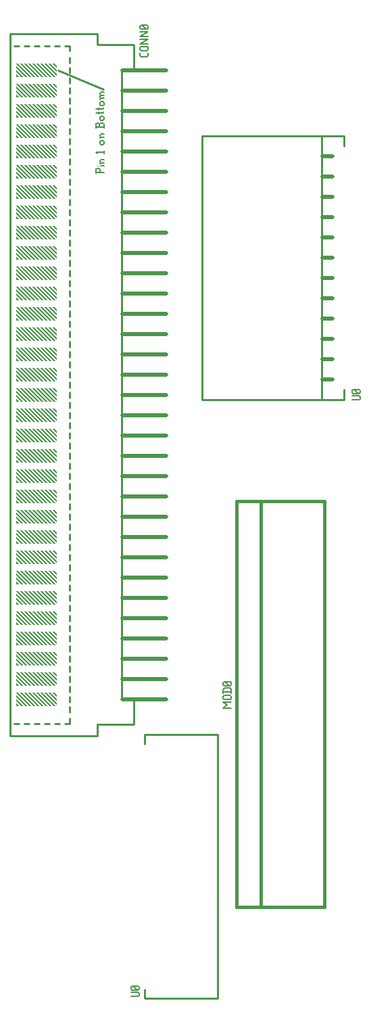
<source format=gbr>
G04 start of page 8 for group 1 layer_idx 8 *
G04 Title: (unknown), top_silk *
G04 Creator: pcb-rnd 2.3.0 *
G04 CreationDate: 2021-04-02 01:52:25 UTC *
G04 For:  *
G04 Format: Gerber/RS-274X *
G04 PCB-Dimensions: 300000 500000 *
G04 PCB-Coordinate-Origin: lower left *
%MOIN*%
%FSLAX25Y25*%
%LNTOP_SILK_NONE_1*%
%ADD51C,0.0070*%
%ADD50C,0.0200*%
%ADD49C,0.0150*%
%ADD48C,0.0100*%
%ADD47C,0.0001*%
G54D47*G36*
X11000Y469250D02*Y470250D01*
X14500Y466750D01*
X13500D01*
X11000Y469250D01*
G37*
G36*
Y472250D02*X16500Y466750D01*
X15500D01*
X11000Y471250D01*
Y472250D01*
G37*
G36*
X12000Y473250D02*X18500Y466750D01*
X17500D01*
X11000Y473250D01*
X12000D01*
G37*
G36*
X11000Y468250D02*X12500Y466750D01*
X11000D01*
Y468250D01*
G37*
G36*
Y449250D02*Y450250D01*
X14500Y446750D01*
X13500D01*
X11000Y449250D01*
G37*
G36*
Y452250D02*X16500Y446750D01*
X15500D01*
X11000Y451250D01*
Y452250D01*
G37*
G36*
X12000Y453250D02*X18500Y446750D01*
X17500D01*
X11000Y453250D01*
X12000D01*
G37*
G36*
X11000Y448250D02*X12500Y446750D01*
X11000D01*
Y448250D01*
G37*
G36*
Y439250D02*Y440250D01*
X14500Y436750D01*
X13500D01*
X11000Y439250D01*
G37*
G36*
Y442250D02*X16500Y436750D01*
X15500D01*
X11000Y441250D01*
Y442250D01*
G37*
G36*
X12000Y443250D02*X18500Y436750D01*
X17500D01*
X11000Y443250D01*
X12000D01*
G37*
G36*
X11000Y438250D02*X12500Y436750D01*
X11000D01*
Y438250D01*
G37*
G36*
Y429250D02*Y430250D01*
X14500Y426750D01*
X13500D01*
X11000Y429250D01*
G37*
G36*
Y432250D02*X16500Y426750D01*
X15500D01*
X11000Y431250D01*
Y432250D01*
G37*
G36*
X12000Y433250D02*X18500Y426750D01*
X17500D01*
X11000Y433250D01*
X12000D01*
G37*
G36*
X11000Y428250D02*X12500Y426750D01*
X11000D01*
Y428250D01*
G37*
G36*
Y419250D02*Y420250D01*
X14500Y416750D01*
X13500D01*
X11000Y419250D01*
G37*
G36*
Y422250D02*X16500Y416750D01*
X15500D01*
X11000Y421250D01*
Y422250D01*
G37*
G36*
X12000Y423250D02*X18500Y416750D01*
X17500D01*
X11000Y423250D01*
X12000D01*
G37*
G36*
X11000Y418250D02*X12500Y416750D01*
X11000D01*
Y418250D01*
G37*
G36*
Y409250D02*Y410250D01*
X14500Y406750D01*
X13500D01*
X11000Y409250D01*
G37*
G36*
Y412250D02*X16500Y406750D01*
X15500D01*
X11000Y411250D01*
Y412250D01*
G37*
G36*
X12000Y413250D02*X18500Y406750D01*
X17500D01*
X11000Y413250D01*
X12000D01*
G37*
G36*
X11000Y408250D02*X12500Y406750D01*
X11000D01*
Y408250D01*
G37*
G36*
Y399250D02*Y400250D01*
X14500Y396750D01*
X13500D01*
X11000Y399250D01*
G37*
G36*
Y402250D02*X16500Y396750D01*
X15500D01*
X11000Y401250D01*
Y402250D01*
G37*
G36*
X12000Y403250D02*X18500Y396750D01*
X17500D01*
X11000Y403250D01*
X12000D01*
G37*
G36*
X11000Y398250D02*X12500Y396750D01*
X11000D01*
Y398250D01*
G37*
G36*
Y389250D02*Y390250D01*
X14500Y386750D01*
X13500D01*
X11000Y389250D01*
G37*
G36*
Y392250D02*X16500Y386750D01*
X15500D01*
X11000Y391250D01*
Y392250D01*
G37*
G36*
X12000Y393250D02*X18500Y386750D01*
X17500D01*
X11000Y393250D01*
X12000D01*
G37*
G36*
X11000Y388250D02*X12500Y386750D01*
X11000D01*
Y388250D01*
G37*
G36*
Y379250D02*Y380250D01*
X14500Y376750D01*
X13500D01*
X11000Y379250D01*
G37*
G36*
Y382250D02*X16500Y376750D01*
X15500D01*
X11000Y381250D01*
Y382250D01*
G37*
G36*
X12000Y383250D02*X18500Y376750D01*
X17500D01*
X11000Y383250D01*
X12000D01*
G37*
G36*
X11000Y378250D02*X12500Y376750D01*
X11000D01*
Y378250D01*
G37*
G36*
Y369250D02*Y370250D01*
X14500Y366750D01*
X13500D01*
X11000Y369250D01*
G37*
G36*
Y372250D02*X16500Y366750D01*
X15500D01*
X11000Y371250D01*
Y372250D01*
G37*
G36*
X12000Y373250D02*X18500Y366750D01*
X17500D01*
X11000Y373250D01*
X12000D01*
G37*
G36*
X11000Y368250D02*X12500Y366750D01*
X11000D01*
Y368250D01*
G37*
G36*
Y359250D02*Y360250D01*
X14500Y356750D01*
X13500D01*
X11000Y359250D01*
G37*
G36*
Y362250D02*X16500Y356750D01*
X15500D01*
X11000Y361250D01*
Y362250D01*
G37*
G36*
X12000Y363250D02*X18500Y356750D01*
X17500D01*
X11000Y363250D01*
X12000D01*
G37*
G36*
X11000Y358250D02*X12500Y356750D01*
X11000D01*
Y358250D01*
G37*
G36*
Y349250D02*Y350250D01*
X14500Y346750D01*
X13500D01*
X11000Y349250D01*
G37*
G36*
Y352250D02*X16500Y346750D01*
X15500D01*
X11000Y351250D01*
Y352250D01*
G37*
G36*
X12000Y353250D02*X18500Y346750D01*
X17500D01*
X11000Y353250D01*
X12000D01*
G37*
G36*
X11000Y348250D02*X12500Y346750D01*
X11000D01*
Y348250D01*
G37*
G36*
Y339250D02*Y340250D01*
X14500Y336750D01*
X13500D01*
X11000Y339250D01*
G37*
G36*
Y342250D02*X16500Y336750D01*
X15500D01*
X11000Y341250D01*
Y342250D01*
G37*
G36*
X12000Y343250D02*X18500Y336750D01*
X17500D01*
X11000Y343250D01*
X12000D01*
G37*
G36*
X11000Y338250D02*X12500Y336750D01*
X11000D01*
Y338250D01*
G37*
G36*
Y329250D02*Y330250D01*
X14500Y326750D01*
X13500D01*
X11000Y329250D01*
G37*
G36*
Y332250D02*X16500Y326750D01*
X15500D01*
X11000Y331250D01*
Y332250D01*
G37*
G36*
X12000Y333250D02*X18500Y326750D01*
X17500D01*
X11000Y333250D01*
X12000D01*
G37*
G36*
X11000Y328250D02*X12500Y326750D01*
X11000D01*
Y328250D01*
G37*
G36*
Y319250D02*Y320250D01*
X14500Y316750D01*
X13500D01*
X11000Y319250D01*
G37*
G36*
Y322250D02*X16500Y316750D01*
X15500D01*
X11000Y321250D01*
Y322250D01*
G37*
G36*
X12000Y323250D02*X18500Y316750D01*
X17500D01*
X11000Y323250D01*
X12000D01*
G37*
G36*
X11000Y318250D02*X12500Y316750D01*
X11000D01*
Y318250D01*
G37*
G36*
Y309250D02*Y310250D01*
X14500Y306750D01*
X13500D01*
X11000Y309250D01*
G37*
G36*
Y312250D02*X16500Y306750D01*
X15500D01*
X11000Y311250D01*
Y312250D01*
G37*
G36*
X12000Y313250D02*X18500Y306750D01*
X17500D01*
X11000Y313250D01*
X12000D01*
G37*
G36*
X11000Y308250D02*X12500Y306750D01*
X11000D01*
Y308250D01*
G37*
G36*
Y299250D02*Y300250D01*
X14500Y296750D01*
X13500D01*
X11000Y299250D01*
G37*
G36*
Y302250D02*X16500Y296750D01*
X15500D01*
X11000Y301250D01*
Y302250D01*
G37*
G36*
X12000Y303250D02*X18500Y296750D01*
X17500D01*
X11000Y303250D01*
X12000D01*
G37*
G36*
X11000Y298250D02*X12500Y296750D01*
X11000D01*
Y298250D01*
G37*
G36*
Y289250D02*Y290250D01*
X14500Y286750D01*
X13500D01*
X11000Y289250D01*
G37*
G36*
Y292250D02*X16500Y286750D01*
X15500D01*
X11000Y291250D01*
Y292250D01*
G37*
G36*
X12000Y293250D02*X18500Y286750D01*
X17500D01*
X11000Y293250D01*
X12000D01*
G37*
G36*
X11000Y288250D02*X12500Y286750D01*
X11000D01*
Y288250D01*
G37*
G36*
Y279250D02*Y280250D01*
X14500Y276750D01*
X13500D01*
X11000Y279250D01*
G37*
G36*
Y282250D02*X16500Y276750D01*
X15500D01*
X11000Y281250D01*
Y282250D01*
G37*
G36*
X12000Y283250D02*X18500Y276750D01*
X17500D01*
X11000Y283250D01*
X12000D01*
G37*
G36*
X11000Y278250D02*X12500Y276750D01*
X11000D01*
Y278250D01*
G37*
G36*
Y269250D02*Y270250D01*
X14500Y266750D01*
X13500D01*
X11000Y269250D01*
G37*
G36*
Y272250D02*X16500Y266750D01*
X15500D01*
X11000Y271250D01*
Y272250D01*
G37*
G36*
X12000Y273250D02*X18500Y266750D01*
X17500D01*
X11000Y273250D01*
X12000D01*
G37*
G36*
X11000Y268250D02*X12500Y266750D01*
X11000D01*
Y268250D01*
G37*
G36*
Y259250D02*Y260250D01*
X14500Y256750D01*
X13500D01*
X11000Y259250D01*
G37*
G36*
Y262250D02*X16500Y256750D01*
X15500D01*
X11000Y261250D01*
Y262250D01*
G37*
G36*
X12000Y263250D02*X18500Y256750D01*
X17500D01*
X11000Y263250D01*
X12000D01*
G37*
G36*
X11000Y258250D02*X12500Y256750D01*
X11000D01*
Y258250D01*
G37*
G36*
Y249250D02*Y250250D01*
X14500Y246750D01*
X13500D01*
X11000Y249250D01*
G37*
G36*
Y252250D02*X16500Y246750D01*
X15500D01*
X11000Y251250D01*
Y252250D01*
G37*
G36*
X12000Y253250D02*X18500Y246750D01*
X17500D01*
X11000Y253250D01*
X12000D01*
G37*
G36*
X11000Y248250D02*X12500Y246750D01*
X11000D01*
Y248250D01*
G37*
G36*
Y239250D02*Y240250D01*
X14500Y236750D01*
X13500D01*
X11000Y239250D01*
G37*
G36*
Y242250D02*X16500Y236750D01*
X15500D01*
X11000Y241250D01*
Y242250D01*
G37*
G36*
X12000Y243250D02*X18500Y236750D01*
X17500D01*
X11000Y243250D01*
X12000D01*
G37*
G36*
X11000Y238250D02*X12500Y236750D01*
X11000D01*
Y238250D01*
G37*
G36*
Y229250D02*Y230250D01*
X14500Y226750D01*
X13500D01*
X11000Y229250D01*
G37*
G36*
Y232250D02*X16500Y226750D01*
X15500D01*
X11000Y231250D01*
Y232250D01*
G37*
G36*
X12000Y233250D02*X18500Y226750D01*
X17500D01*
X11000Y233250D01*
X12000D01*
G37*
G36*
X11000Y228250D02*X12500Y226750D01*
X11000D01*
Y228250D01*
G37*
G36*
Y219250D02*Y220250D01*
X14500Y216750D01*
X13500D01*
X11000Y219250D01*
G37*
G36*
Y222250D02*X16500Y216750D01*
X15500D01*
X11000Y221250D01*
Y222250D01*
G37*
G36*
X12000Y223250D02*X18500Y216750D01*
X17500D01*
X11000Y223250D01*
X12000D01*
G37*
G36*
X11000Y218250D02*X12500Y216750D01*
X11000D01*
Y218250D01*
G37*
G36*
Y209250D02*Y210250D01*
X14500Y206750D01*
X13500D01*
X11000Y209250D01*
G37*
G36*
Y212250D02*X16500Y206750D01*
X15500D01*
X11000Y211250D01*
Y212250D01*
G37*
G36*
X12000Y213250D02*X18500Y206750D01*
X17500D01*
X11000Y213250D01*
X12000D01*
G37*
G36*
X11000Y208250D02*X12500Y206750D01*
X11000D01*
Y208250D01*
G37*
G36*
Y199250D02*Y200250D01*
X14500Y196750D01*
X13500D01*
X11000Y199250D01*
G37*
G36*
Y202250D02*X16500Y196750D01*
X15500D01*
X11000Y201250D01*
Y202250D01*
G37*
G36*
X12000Y203250D02*X18500Y196750D01*
X17500D01*
X11000Y203250D01*
X12000D01*
G37*
G36*
X11000Y198250D02*X12500Y196750D01*
X11000D01*
Y198250D01*
G37*
G36*
Y189250D02*Y190250D01*
X14500Y186750D01*
X13500D01*
X11000Y189250D01*
G37*
G36*
Y192250D02*X16500Y186750D01*
X15500D01*
X11000Y191250D01*
Y192250D01*
G37*
G36*
X12000Y193250D02*X18500Y186750D01*
X17500D01*
X11000Y193250D01*
X12000D01*
G37*
G36*
X11000Y188250D02*X12500Y186750D01*
X11000D01*
Y188250D01*
G37*
G36*
Y179250D02*Y180250D01*
X14500Y176750D01*
X13500D01*
X11000Y179250D01*
G37*
G36*
Y182250D02*X16500Y176750D01*
X15500D01*
X11000Y181250D01*
Y182250D01*
G37*
G36*
X12000Y183250D02*X18500Y176750D01*
X17500D01*
X11000Y183250D01*
X12000D01*
G37*
G36*
X11000Y178250D02*X12500Y176750D01*
X11000D01*
Y178250D01*
G37*
G36*
Y169250D02*Y170250D01*
X14500Y166750D01*
X13500D01*
X11000Y169250D01*
G37*
G36*
Y172250D02*X16500Y166750D01*
X15500D01*
X11000Y171250D01*
Y172250D01*
G37*
G36*
X12000Y173250D02*X18500Y166750D01*
X17500D01*
X11000Y173250D01*
X12000D01*
G37*
G36*
X11000Y168250D02*X12500Y166750D01*
X11000D01*
Y168250D01*
G37*
G36*
Y159250D02*Y160250D01*
X14500Y156750D01*
X13500D01*
X11000Y159250D01*
G37*
G36*
Y162250D02*X16500Y156750D01*
X15500D01*
X11000Y161250D01*
Y162250D01*
G37*
G36*
X12000Y163250D02*X18500Y156750D01*
X17500D01*
X11000Y163250D01*
X12000D01*
G37*
G36*
X11000Y158250D02*X12500Y156750D01*
X11000D01*
Y158250D01*
G37*
G36*
X14000Y163250D02*X20500Y156750D01*
X19500D01*
X13000Y163250D01*
X14000D01*
G37*
G36*
X16000D02*X22500Y156750D01*
X21500D01*
X15000Y163250D01*
X16000D01*
G37*
G36*
X18000D02*X24500Y156750D01*
X23500D01*
X17000Y163250D01*
X18000D01*
G37*
G36*
X20000D02*X26500Y156750D01*
X25500D01*
X19000Y163250D01*
X20000D01*
G37*
G36*
X22000D02*X28500Y156750D01*
X27500D01*
X21000Y163250D01*
X22000D01*
G37*
G36*
X24000D02*X30500Y156750D01*
X29500D01*
X23000Y163250D01*
X24000D01*
G37*
G36*
X26000D02*X31000Y158250D01*
Y157250D01*
X25000Y163250D01*
X26000D01*
G37*
G36*
X28000D02*X31000Y160250D01*
Y159250D01*
X27000Y163250D01*
X28000D01*
G37*
G36*
X29000D02*X30000D01*
X31000Y162250D01*
Y161250D01*
X29000Y163250D01*
G37*
G36*
X14000Y173250D02*X20500Y166750D01*
X19500D01*
X13000Y173250D01*
X14000D01*
G37*
G36*
X16000D02*X22500Y166750D01*
X21500D01*
X15000Y173250D01*
X16000D01*
G37*
G36*
X18000D02*X24500Y166750D01*
X23500D01*
X17000Y173250D01*
X18000D01*
G37*
G36*
X20000D02*X26500Y166750D01*
X25500D01*
X19000Y173250D01*
X20000D01*
G37*
G36*
X22000D02*X28500Y166750D01*
X27500D01*
X21000Y173250D01*
X22000D01*
G37*
G36*
X24000D02*X30500Y166750D01*
X29500D01*
X23000Y173250D01*
X24000D01*
G37*
G36*
X26000D02*X31000Y168250D01*
Y167250D01*
X25000Y173250D01*
X26000D01*
G37*
G36*
X28000D02*X31000Y170250D01*
Y169250D01*
X27000Y173250D01*
X28000D01*
G37*
G36*
X29000D02*X30000D01*
X31000Y172250D01*
Y171250D01*
X29000Y173250D01*
G37*
G36*
X14000Y183250D02*X20500Y176750D01*
X19500D01*
X13000Y183250D01*
X14000D01*
G37*
G36*
X16000D02*X22500Y176750D01*
X21500D01*
X15000Y183250D01*
X16000D01*
G37*
G36*
X18000D02*X24500Y176750D01*
X23500D01*
X17000Y183250D01*
X18000D01*
G37*
G36*
X20000D02*X26500Y176750D01*
X25500D01*
X19000Y183250D01*
X20000D01*
G37*
G36*
X22000D02*X28500Y176750D01*
X27500D01*
X21000Y183250D01*
X22000D01*
G37*
G36*
X24000D02*X30500Y176750D01*
X29500D01*
X23000Y183250D01*
X24000D01*
G37*
G36*
X26000D02*X31000Y178250D01*
Y177250D01*
X25000Y183250D01*
X26000D01*
G37*
G36*
X28000D02*X31000Y180250D01*
Y179250D01*
X27000Y183250D01*
X28000D01*
G37*
G36*
X29000D02*X30000D01*
X31000Y182250D01*
Y181250D01*
X29000Y183250D01*
G37*
G36*
X14000Y193250D02*X20500Y186750D01*
X19500D01*
X13000Y193250D01*
X14000D01*
G37*
G36*
X16000D02*X22500Y186750D01*
X21500D01*
X15000Y193250D01*
X16000D01*
G37*
G36*
X18000D02*X24500Y186750D01*
X23500D01*
X17000Y193250D01*
X18000D01*
G37*
G36*
X20000D02*X26500Y186750D01*
X25500D01*
X19000Y193250D01*
X20000D01*
G37*
G36*
X22000D02*X28500Y186750D01*
X27500D01*
X21000Y193250D01*
X22000D01*
G37*
G36*
X24000D02*X30500Y186750D01*
X29500D01*
X23000Y193250D01*
X24000D01*
G37*
G36*
X26000D02*X31000Y188250D01*
Y187250D01*
X25000Y193250D01*
X26000D01*
G37*
G36*
X28000D02*X31000Y190250D01*
Y189250D01*
X27000Y193250D01*
X28000D01*
G37*
G36*
X29000D02*X30000D01*
X31000Y192250D01*
Y191250D01*
X29000Y193250D01*
G37*
G36*
X14000Y203250D02*X20500Y196750D01*
X19500D01*
X13000Y203250D01*
X14000D01*
G37*
G36*
X16000D02*X22500Y196750D01*
X21500D01*
X15000Y203250D01*
X16000D01*
G37*
G36*
X18000D02*X24500Y196750D01*
X23500D01*
X17000Y203250D01*
X18000D01*
G37*
G36*
X20000D02*X26500Y196750D01*
X25500D01*
X19000Y203250D01*
X20000D01*
G37*
G36*
X22000D02*X28500Y196750D01*
X27500D01*
X21000Y203250D01*
X22000D01*
G37*
G36*
X24000D02*X30500Y196750D01*
X29500D01*
X23000Y203250D01*
X24000D01*
G37*
G36*
X26000D02*X31000Y198250D01*
Y197250D01*
X25000Y203250D01*
X26000D01*
G37*
G36*
X28000D02*X31000Y200250D01*
Y199250D01*
X27000Y203250D01*
X28000D01*
G37*
G36*
X29000D02*X30000D01*
X31000Y202250D01*
Y201250D01*
X29000Y203250D01*
G37*
G36*
X14000Y213250D02*X20500Y206750D01*
X19500D01*
X13000Y213250D01*
X14000D01*
G37*
G36*
X16000D02*X22500Y206750D01*
X21500D01*
X15000Y213250D01*
X16000D01*
G37*
G36*
X18000D02*X24500Y206750D01*
X23500D01*
X17000Y213250D01*
X18000D01*
G37*
G36*
X20000D02*X26500Y206750D01*
X25500D01*
X19000Y213250D01*
X20000D01*
G37*
G36*
X22000D02*X28500Y206750D01*
X27500D01*
X21000Y213250D01*
X22000D01*
G37*
G36*
X24000D02*X30500Y206750D01*
X29500D01*
X23000Y213250D01*
X24000D01*
G37*
G36*
X26000D02*X31000Y208250D01*
Y207250D01*
X25000Y213250D01*
X26000D01*
G37*
G36*
X28000D02*X31000Y210250D01*
Y209250D01*
X27000Y213250D01*
X28000D01*
G37*
G36*
X29000D02*X30000D01*
X31000Y212250D01*
Y211250D01*
X29000Y213250D01*
G37*
G36*
X14000Y223250D02*X20500Y216750D01*
X19500D01*
X13000Y223250D01*
X14000D01*
G37*
G36*
X16000D02*X22500Y216750D01*
X21500D01*
X15000Y223250D01*
X16000D01*
G37*
G36*
X18000D02*X24500Y216750D01*
X23500D01*
X17000Y223250D01*
X18000D01*
G37*
G36*
X20000D02*X26500Y216750D01*
X25500D01*
X19000Y223250D01*
X20000D01*
G37*
G36*
X22000D02*X28500Y216750D01*
X27500D01*
X21000Y223250D01*
X22000D01*
G37*
G36*
X24000D02*X30500Y216750D01*
X29500D01*
X23000Y223250D01*
X24000D01*
G37*
G36*
X26000D02*X31000Y218250D01*
Y217250D01*
X25000Y223250D01*
X26000D01*
G37*
G36*
X28000D02*X31000Y220250D01*
Y219250D01*
X27000Y223250D01*
X28000D01*
G37*
G36*
X29000D02*X30000D01*
X31000Y222250D01*
Y221250D01*
X29000Y223250D01*
G37*
G36*
X14000Y233250D02*X20500Y226750D01*
X19500D01*
X13000Y233250D01*
X14000D01*
G37*
G36*
X16000D02*X22500Y226750D01*
X21500D01*
X15000Y233250D01*
X16000D01*
G37*
G36*
X18000D02*X24500Y226750D01*
X23500D01*
X17000Y233250D01*
X18000D01*
G37*
G36*
X20000D02*X26500Y226750D01*
X25500D01*
X19000Y233250D01*
X20000D01*
G37*
G36*
X22000D02*X28500Y226750D01*
X27500D01*
X21000Y233250D01*
X22000D01*
G37*
G36*
X24000D02*X30500Y226750D01*
X29500D01*
X23000Y233250D01*
X24000D01*
G37*
G36*
X26000D02*X31000Y228250D01*
Y227250D01*
X25000Y233250D01*
X26000D01*
G37*
G36*
X28000D02*X31000Y230250D01*
Y229250D01*
X27000Y233250D01*
X28000D01*
G37*
G36*
X29000D02*X30000D01*
X31000Y232250D01*
Y231250D01*
X29000Y233250D01*
G37*
G36*
X14000Y243250D02*X20500Y236750D01*
X19500D01*
X13000Y243250D01*
X14000D01*
G37*
G36*
X16000D02*X22500Y236750D01*
X21500D01*
X15000Y243250D01*
X16000D01*
G37*
G36*
X18000D02*X24500Y236750D01*
X23500D01*
X17000Y243250D01*
X18000D01*
G37*
G36*
X20000D02*X26500Y236750D01*
X25500D01*
X19000Y243250D01*
X20000D01*
G37*
G36*
X22000D02*X28500Y236750D01*
X27500D01*
X21000Y243250D01*
X22000D01*
G37*
G36*
X24000D02*X30500Y236750D01*
X29500D01*
X23000Y243250D01*
X24000D01*
G37*
G36*
X26000D02*X31000Y238250D01*
Y237250D01*
X25000Y243250D01*
X26000D01*
G37*
G36*
X28000D02*X31000Y240250D01*
Y239250D01*
X27000Y243250D01*
X28000D01*
G37*
G36*
X29000D02*X30000D01*
X31000Y242250D01*
Y241250D01*
X29000Y243250D01*
G37*
G36*
X14000Y253250D02*X20500Y246750D01*
X19500D01*
X13000Y253250D01*
X14000D01*
G37*
G36*
X16000D02*X22500Y246750D01*
X21500D01*
X15000Y253250D01*
X16000D01*
G37*
G36*
X18000D02*X24500Y246750D01*
X23500D01*
X17000Y253250D01*
X18000D01*
G37*
G36*
X20000D02*X26500Y246750D01*
X25500D01*
X19000Y253250D01*
X20000D01*
G37*
G36*
X22000D02*X28500Y246750D01*
X27500D01*
X21000Y253250D01*
X22000D01*
G37*
G36*
X24000D02*X30500Y246750D01*
X29500D01*
X23000Y253250D01*
X24000D01*
G37*
G36*
X26000D02*X31000Y248250D01*
Y247250D01*
X25000Y253250D01*
X26000D01*
G37*
G36*
X28000D02*X31000Y250250D01*
Y249250D01*
X27000Y253250D01*
X28000D01*
G37*
G36*
X29000D02*X30000D01*
X31000Y252250D01*
Y251250D01*
X29000Y253250D01*
G37*
G36*
X14000Y263250D02*X20500Y256750D01*
X19500D01*
X13000Y263250D01*
X14000D01*
G37*
G36*
X16000D02*X22500Y256750D01*
X21500D01*
X15000Y263250D01*
X16000D01*
G37*
G36*
X18000D02*X24500Y256750D01*
X23500D01*
X17000Y263250D01*
X18000D01*
G37*
G36*
X20000D02*X26500Y256750D01*
X25500D01*
X19000Y263250D01*
X20000D01*
G37*
G36*
X22000D02*X28500Y256750D01*
X27500D01*
X21000Y263250D01*
X22000D01*
G37*
G36*
X24000D02*X30500Y256750D01*
X29500D01*
X23000Y263250D01*
X24000D01*
G37*
G36*
X26000D02*X31000Y258250D01*
Y257250D01*
X25000Y263250D01*
X26000D01*
G37*
G36*
X28000D02*X31000Y260250D01*
Y259250D01*
X27000Y263250D01*
X28000D01*
G37*
G36*
X29000D02*X30000D01*
X31000Y262250D01*
Y261250D01*
X29000Y263250D01*
G37*
G36*
X14000Y273250D02*X20500Y266750D01*
X19500D01*
X13000Y273250D01*
X14000D01*
G37*
G36*
X16000D02*X22500Y266750D01*
X21500D01*
X15000Y273250D01*
X16000D01*
G37*
G36*
X18000D02*X24500Y266750D01*
X23500D01*
X17000Y273250D01*
X18000D01*
G37*
G36*
X20000D02*X26500Y266750D01*
X25500D01*
X19000Y273250D01*
X20000D01*
G37*
G36*
X22000D02*X28500Y266750D01*
X27500D01*
X21000Y273250D01*
X22000D01*
G37*
G36*
X24000D02*X30500Y266750D01*
X29500D01*
X23000Y273250D01*
X24000D01*
G37*
G36*
X26000D02*X31000Y268250D01*
Y267250D01*
X25000Y273250D01*
X26000D01*
G37*
G36*
X28000D02*X31000Y270250D01*
Y269250D01*
X27000Y273250D01*
X28000D01*
G37*
G36*
X29000D02*X30000D01*
X31000Y272250D01*
Y271250D01*
X29000Y273250D01*
G37*
G36*
X14000Y283250D02*X20500Y276750D01*
X19500D01*
X13000Y283250D01*
X14000D01*
G37*
G36*
X16000D02*X22500Y276750D01*
X21500D01*
X15000Y283250D01*
X16000D01*
G37*
G36*
X18000D02*X24500Y276750D01*
X23500D01*
X17000Y283250D01*
X18000D01*
G37*
G36*
X20000D02*X26500Y276750D01*
X25500D01*
X19000Y283250D01*
X20000D01*
G37*
G36*
X22000D02*X28500Y276750D01*
X27500D01*
X21000Y283250D01*
X22000D01*
G37*
G36*
X24000D02*X30500Y276750D01*
X29500D01*
X23000Y283250D01*
X24000D01*
G37*
G36*
X26000D02*X31000Y278250D01*
Y277250D01*
X25000Y283250D01*
X26000D01*
G37*
G36*
X28000D02*X31000Y280250D01*
Y279250D01*
X27000Y283250D01*
X28000D01*
G37*
G36*
X29000D02*X30000D01*
X31000Y282250D01*
Y281250D01*
X29000Y283250D01*
G37*
G36*
X14000Y293250D02*X20500Y286750D01*
X19500D01*
X13000Y293250D01*
X14000D01*
G37*
G36*
X16000D02*X22500Y286750D01*
X21500D01*
X15000Y293250D01*
X16000D01*
G37*
G36*
X18000D02*X24500Y286750D01*
X23500D01*
X17000Y293250D01*
X18000D01*
G37*
G36*
X20000D02*X26500Y286750D01*
X25500D01*
X19000Y293250D01*
X20000D01*
G37*
G36*
X22000D02*X28500Y286750D01*
X27500D01*
X21000Y293250D01*
X22000D01*
G37*
G36*
X24000D02*X30500Y286750D01*
X29500D01*
X23000Y293250D01*
X24000D01*
G37*
G36*
X26000D02*X31000Y288250D01*
Y287250D01*
X25000Y293250D01*
X26000D01*
G37*
G36*
X28000D02*X31000Y290250D01*
Y289250D01*
X27000Y293250D01*
X28000D01*
G37*
G36*
X29000D02*X30000D01*
X31000Y292250D01*
Y291250D01*
X29000Y293250D01*
G37*
G36*
X14000Y303250D02*X20500Y296750D01*
X19500D01*
X13000Y303250D01*
X14000D01*
G37*
G36*
X16000D02*X22500Y296750D01*
X21500D01*
X15000Y303250D01*
X16000D01*
G37*
G36*
X18000D02*X24500Y296750D01*
X23500D01*
X17000Y303250D01*
X18000D01*
G37*
G36*
X20000D02*X26500Y296750D01*
X25500D01*
X19000Y303250D01*
X20000D01*
G37*
G36*
X22000D02*X28500Y296750D01*
X27500D01*
X21000Y303250D01*
X22000D01*
G37*
G36*
X24000D02*X30500Y296750D01*
X29500D01*
X23000Y303250D01*
X24000D01*
G37*
G36*
X26000D02*X31000Y298250D01*
Y297250D01*
X25000Y303250D01*
X26000D01*
G37*
G36*
X28000D02*X31000Y300250D01*
Y299250D01*
X27000Y303250D01*
X28000D01*
G37*
G36*
X29000D02*X30000D01*
X31000Y302250D01*
Y301250D01*
X29000Y303250D01*
G37*
G36*
X14000Y313250D02*X20500Y306750D01*
X19500D01*
X13000Y313250D01*
X14000D01*
G37*
G36*
X16000D02*X22500Y306750D01*
X21500D01*
X15000Y313250D01*
X16000D01*
G37*
G36*
X18000D02*X24500Y306750D01*
X23500D01*
X17000Y313250D01*
X18000D01*
G37*
G36*
X20000D02*X26500Y306750D01*
X25500D01*
X19000Y313250D01*
X20000D01*
G37*
G36*
X22000D02*X28500Y306750D01*
X27500D01*
X21000Y313250D01*
X22000D01*
G37*
G36*
X24000D02*X30500Y306750D01*
X29500D01*
X23000Y313250D01*
X24000D01*
G37*
G36*
X26000D02*X31000Y308250D01*
Y307250D01*
X25000Y313250D01*
X26000D01*
G37*
G36*
X28000D02*X31000Y310250D01*
Y309250D01*
X27000Y313250D01*
X28000D01*
G37*
G36*
X29000D02*X30000D01*
X31000Y312250D01*
Y311250D01*
X29000Y313250D01*
G37*
G36*
X14000Y323250D02*X20500Y316750D01*
X19500D01*
X13000Y323250D01*
X14000D01*
G37*
G36*
X16000D02*X22500Y316750D01*
X21500D01*
X15000Y323250D01*
X16000D01*
G37*
G36*
X18000D02*X24500Y316750D01*
X23500D01*
X17000Y323250D01*
X18000D01*
G37*
G36*
X20000D02*X26500Y316750D01*
X25500D01*
X19000Y323250D01*
X20000D01*
G37*
G36*
X22000D02*X28500Y316750D01*
X27500D01*
X21000Y323250D01*
X22000D01*
G37*
G36*
X24000D02*X30500Y316750D01*
X29500D01*
X23000Y323250D01*
X24000D01*
G37*
G36*
X26000D02*X31000Y318250D01*
Y317250D01*
X25000Y323250D01*
X26000D01*
G37*
G36*
X28000D02*X31000Y320250D01*
Y319250D01*
X27000Y323250D01*
X28000D01*
G37*
G36*
X29000D02*X30000D01*
X31000Y322250D01*
Y321250D01*
X29000Y323250D01*
G37*
G36*
X14000Y333250D02*X20500Y326750D01*
X19500D01*
X13000Y333250D01*
X14000D01*
G37*
G36*
X16000D02*X22500Y326750D01*
X21500D01*
X15000Y333250D01*
X16000D01*
G37*
G36*
X18000D02*X24500Y326750D01*
X23500D01*
X17000Y333250D01*
X18000D01*
G37*
G36*
X20000D02*X26500Y326750D01*
X25500D01*
X19000Y333250D01*
X20000D01*
G37*
G36*
X22000D02*X28500Y326750D01*
X27500D01*
X21000Y333250D01*
X22000D01*
G37*
G36*
X24000D02*X30500Y326750D01*
X29500D01*
X23000Y333250D01*
X24000D01*
G37*
G36*
X26000D02*X31000Y328250D01*
Y327250D01*
X25000Y333250D01*
X26000D01*
G37*
G36*
X28000D02*X31000Y330250D01*
Y329250D01*
X27000Y333250D01*
X28000D01*
G37*
G36*
X29000D02*X30000D01*
X31000Y332250D01*
Y331250D01*
X29000Y333250D01*
G37*
G36*
X14000Y343250D02*X20500Y336750D01*
X19500D01*
X13000Y343250D01*
X14000D01*
G37*
G36*
X16000D02*X22500Y336750D01*
X21500D01*
X15000Y343250D01*
X16000D01*
G37*
G36*
X18000D02*X24500Y336750D01*
X23500D01*
X17000Y343250D01*
X18000D01*
G37*
G36*
X20000D02*X26500Y336750D01*
X25500D01*
X19000Y343250D01*
X20000D01*
G37*
G36*
X22000D02*X28500Y336750D01*
X27500D01*
X21000Y343250D01*
X22000D01*
G37*
G36*
X24000D02*X30500Y336750D01*
X29500D01*
X23000Y343250D01*
X24000D01*
G37*
G36*
X26000D02*X31000Y338250D01*
Y337250D01*
X25000Y343250D01*
X26000D01*
G37*
G36*
X28000D02*X31000Y340250D01*
Y339250D01*
X27000Y343250D01*
X28000D01*
G37*
G36*
X29000D02*X30000D01*
X31000Y342250D01*
Y341250D01*
X29000Y343250D01*
G37*
G36*
X14000Y353250D02*X20500Y346750D01*
X19500D01*
X13000Y353250D01*
X14000D01*
G37*
G36*
X16000D02*X22500Y346750D01*
X21500D01*
X15000Y353250D01*
X16000D01*
G37*
G36*
X18000D02*X24500Y346750D01*
X23500D01*
X17000Y353250D01*
X18000D01*
G37*
G36*
X20000D02*X26500Y346750D01*
X25500D01*
X19000Y353250D01*
X20000D01*
G37*
G36*
X22000D02*X28500Y346750D01*
X27500D01*
X21000Y353250D01*
X22000D01*
G37*
G36*
X24000D02*X30500Y346750D01*
X29500D01*
X23000Y353250D01*
X24000D01*
G37*
G36*
X26000D02*X31000Y348250D01*
Y347250D01*
X25000Y353250D01*
X26000D01*
G37*
G36*
X28000D02*X31000Y350250D01*
Y349250D01*
X27000Y353250D01*
X28000D01*
G37*
G36*
X29000D02*X30000D01*
X31000Y352250D01*
Y351250D01*
X29000Y353250D01*
G37*
G36*
X14000Y363250D02*X20500Y356750D01*
X19500D01*
X13000Y363250D01*
X14000D01*
G37*
G36*
X16000D02*X22500Y356750D01*
X21500D01*
X15000Y363250D01*
X16000D01*
G37*
G36*
X18000D02*X24500Y356750D01*
X23500D01*
X17000Y363250D01*
X18000D01*
G37*
G36*
X20000D02*X26500Y356750D01*
X25500D01*
X19000Y363250D01*
X20000D01*
G37*
G36*
X22000D02*X28500Y356750D01*
X27500D01*
X21000Y363250D01*
X22000D01*
G37*
G36*
X24000D02*X30500Y356750D01*
X29500D01*
X23000Y363250D01*
X24000D01*
G37*
G36*
X26000D02*X31000Y358250D01*
Y357250D01*
X25000Y363250D01*
X26000D01*
G37*
G36*
X28000D02*X31000Y360250D01*
Y359250D01*
X27000Y363250D01*
X28000D01*
G37*
G36*
X29000D02*X30000D01*
X31000Y362250D01*
Y361250D01*
X29000Y363250D01*
G37*
G36*
X14000Y373250D02*X20500Y366750D01*
X19500D01*
X13000Y373250D01*
X14000D01*
G37*
G36*
X16000D02*X22500Y366750D01*
X21500D01*
X15000Y373250D01*
X16000D01*
G37*
G36*
X18000D02*X24500Y366750D01*
X23500D01*
X17000Y373250D01*
X18000D01*
G37*
G36*
X20000D02*X26500Y366750D01*
X25500D01*
X19000Y373250D01*
X20000D01*
G37*
G36*
X22000D02*X28500Y366750D01*
X27500D01*
X21000Y373250D01*
X22000D01*
G37*
G36*
X24000D02*X30500Y366750D01*
X29500D01*
X23000Y373250D01*
X24000D01*
G37*
G36*
X26000D02*X31000Y368250D01*
Y367250D01*
X25000Y373250D01*
X26000D01*
G37*
G36*
X28000D02*X31000Y370250D01*
Y369250D01*
X27000Y373250D01*
X28000D01*
G37*
G36*
X29000D02*X30000D01*
X31000Y372250D01*
Y371250D01*
X29000Y373250D01*
G37*
G36*
X14000Y383250D02*X20500Y376750D01*
X19500D01*
X13000Y383250D01*
X14000D01*
G37*
G36*
X16000D02*X22500Y376750D01*
X21500D01*
X15000Y383250D01*
X16000D01*
G37*
G36*
X18000D02*X24500Y376750D01*
X23500D01*
X17000Y383250D01*
X18000D01*
G37*
G36*
X20000D02*X26500Y376750D01*
X25500D01*
X19000Y383250D01*
X20000D01*
G37*
G36*
X22000D02*X28500Y376750D01*
X27500D01*
X21000Y383250D01*
X22000D01*
G37*
G36*
X24000D02*X30500Y376750D01*
X29500D01*
X23000Y383250D01*
X24000D01*
G37*
G36*
X26000D02*X31000Y378250D01*
Y377250D01*
X25000Y383250D01*
X26000D01*
G37*
G36*
X28000D02*X31000Y380250D01*
Y379250D01*
X27000Y383250D01*
X28000D01*
G37*
G36*
X29000D02*X30000D01*
X31000Y382250D01*
Y381250D01*
X29000Y383250D01*
G37*
G36*
X14000Y393250D02*X20500Y386750D01*
X19500D01*
X13000Y393250D01*
X14000D01*
G37*
G36*
X16000D02*X22500Y386750D01*
X21500D01*
X15000Y393250D01*
X16000D01*
G37*
G36*
X18000D02*X24500Y386750D01*
X23500D01*
X17000Y393250D01*
X18000D01*
G37*
G36*
X20000D02*X26500Y386750D01*
X25500D01*
X19000Y393250D01*
X20000D01*
G37*
G36*
X22000D02*X28500Y386750D01*
X27500D01*
X21000Y393250D01*
X22000D01*
G37*
G36*
X24000D02*X30500Y386750D01*
X29500D01*
X23000Y393250D01*
X24000D01*
G37*
G36*
X26000D02*X31000Y388250D01*
Y387250D01*
X25000Y393250D01*
X26000D01*
G37*
G36*
X28000D02*X31000Y390250D01*
Y389250D01*
X27000Y393250D01*
X28000D01*
G37*
G36*
X29000D02*X30000D01*
X31000Y392250D01*
Y391250D01*
X29000Y393250D01*
G37*
G36*
X14000Y403250D02*X20500Y396750D01*
X19500D01*
X13000Y403250D01*
X14000D01*
G37*
G36*
X16000D02*X22500Y396750D01*
X21500D01*
X15000Y403250D01*
X16000D01*
G37*
G36*
X18000D02*X24500Y396750D01*
X23500D01*
X17000Y403250D01*
X18000D01*
G37*
G36*
X20000D02*X26500Y396750D01*
X25500D01*
X19000Y403250D01*
X20000D01*
G37*
G36*
X22000D02*X28500Y396750D01*
X27500D01*
X21000Y403250D01*
X22000D01*
G37*
G36*
X24000D02*X30500Y396750D01*
X29500D01*
X23000Y403250D01*
X24000D01*
G37*
G36*
X26000D02*X31000Y398250D01*
Y397250D01*
X25000Y403250D01*
X26000D01*
G37*
G36*
X28000D02*X31000Y400250D01*
Y399250D01*
X27000Y403250D01*
X28000D01*
G37*
G36*
X29000D02*X30000D01*
X31000Y402250D01*
Y401250D01*
X29000Y403250D01*
G37*
G36*
X14000Y413250D02*X20500Y406750D01*
X19500D01*
X13000Y413250D01*
X14000D01*
G37*
G36*
X16000D02*X22500Y406750D01*
X21500D01*
X15000Y413250D01*
X16000D01*
G37*
G36*
X18000D02*X24500Y406750D01*
X23500D01*
X17000Y413250D01*
X18000D01*
G37*
G36*
X20000D02*X26500Y406750D01*
X25500D01*
X19000Y413250D01*
X20000D01*
G37*
G36*
X22000D02*X28500Y406750D01*
X27500D01*
X21000Y413250D01*
X22000D01*
G37*
G36*
X24000D02*X30500Y406750D01*
X29500D01*
X23000Y413250D01*
X24000D01*
G37*
G36*
X26000D02*X31000Y408250D01*
Y407250D01*
X25000Y413250D01*
X26000D01*
G37*
G36*
X28000D02*X31000Y410250D01*
Y409250D01*
X27000Y413250D01*
X28000D01*
G37*
G36*
X29000D02*X30000D01*
X31000Y412250D01*
Y411250D01*
X29000Y413250D01*
G37*
G36*
X14000Y423250D02*X20500Y416750D01*
X19500D01*
X13000Y423250D01*
X14000D01*
G37*
G36*
X16000D02*X22500Y416750D01*
X21500D01*
X15000Y423250D01*
X16000D01*
G37*
G36*
X18000D02*X24500Y416750D01*
X23500D01*
X17000Y423250D01*
X18000D01*
G37*
G36*
X20000D02*X26500Y416750D01*
X25500D01*
X19000Y423250D01*
X20000D01*
G37*
G36*
X22000D02*X28500Y416750D01*
X27500D01*
X21000Y423250D01*
X22000D01*
G37*
G36*
X24000D02*X30500Y416750D01*
X29500D01*
X23000Y423250D01*
X24000D01*
G37*
G36*
X26000D02*X31000Y418250D01*
Y417250D01*
X25000Y423250D01*
X26000D01*
G37*
G36*
X28000D02*X31000Y420250D01*
Y419250D01*
X27000Y423250D01*
X28000D01*
G37*
G36*
X29000D02*X30000D01*
X31000Y422250D01*
Y421250D01*
X29000Y423250D01*
G37*
G36*
X14000Y433250D02*X20500Y426750D01*
X19500D01*
X13000Y433250D01*
X14000D01*
G37*
G36*
X16000D02*X22500Y426750D01*
X21500D01*
X15000Y433250D01*
X16000D01*
G37*
G36*
X18000D02*X24500Y426750D01*
X23500D01*
X17000Y433250D01*
X18000D01*
G37*
G36*
X20000D02*X26500Y426750D01*
X25500D01*
X19000Y433250D01*
X20000D01*
G37*
G36*
X22000D02*X28500Y426750D01*
X27500D01*
X21000Y433250D01*
X22000D01*
G37*
G36*
X24000D02*X30500Y426750D01*
X29500D01*
X23000Y433250D01*
X24000D01*
G37*
G36*
X26000D02*X31000Y428250D01*
Y427250D01*
X25000Y433250D01*
X26000D01*
G37*
G36*
X28000D02*X31000Y430250D01*
Y429250D01*
X27000Y433250D01*
X28000D01*
G37*
G36*
X29000D02*X30000D01*
X31000Y432250D01*
Y431250D01*
X29000Y433250D01*
G37*
G36*
X14000Y443250D02*X20500Y436750D01*
X19500D01*
X13000Y443250D01*
X14000D01*
G37*
G36*
X16000D02*X22500Y436750D01*
X21500D01*
X15000Y443250D01*
X16000D01*
G37*
G36*
X18000D02*X24500Y436750D01*
X23500D01*
X17000Y443250D01*
X18000D01*
G37*
G36*
X20000D02*X26500Y436750D01*
X25500D01*
X19000Y443250D01*
X20000D01*
G37*
G36*
X22000D02*X28500Y436750D01*
X27500D01*
X21000Y443250D01*
X22000D01*
G37*
G36*
X24000D02*X30500Y436750D01*
X29500D01*
X23000Y443250D01*
X24000D01*
G37*
G36*
X26000D02*X31000Y438250D01*
Y437250D01*
X25000Y443250D01*
X26000D01*
G37*
G36*
X28000D02*X31000Y440250D01*
Y439250D01*
X27000Y443250D01*
X28000D01*
G37*
G36*
X29000D02*X30000D01*
X31000Y442250D01*
Y441250D01*
X29000Y443250D01*
G37*
G36*
X14000Y453250D02*X20500Y446750D01*
X19500D01*
X13000Y453250D01*
X14000D01*
G37*
G36*
X16000D02*X22500Y446750D01*
X21500D01*
X15000Y453250D01*
X16000D01*
G37*
G36*
X18000D02*X24500Y446750D01*
X23500D01*
X17000Y453250D01*
X18000D01*
G37*
G36*
X20000D02*X26500Y446750D01*
X25500D01*
X19000Y453250D01*
X20000D01*
G37*
G36*
X22000D02*X28500Y446750D01*
X27500D01*
X21000Y453250D01*
X22000D01*
G37*
G36*
X24000D02*X30500Y446750D01*
X29500D01*
X23000Y453250D01*
X24000D01*
G37*
G36*
X26000D02*X31000Y448250D01*
Y447250D01*
X25000Y453250D01*
X26000D01*
G37*
G36*
X28000D02*X31000Y450250D01*
Y449250D01*
X27000Y453250D01*
X28000D01*
G37*
G36*
X29000D02*X30000D01*
X31000Y452250D01*
Y451250D01*
X29000Y453250D01*
G37*
G36*
X14000Y473250D02*X20500Y466750D01*
X19500D01*
X13000Y473250D01*
X14000D01*
G37*
G36*
X16000D02*X22500Y466750D01*
X21500D01*
X15000Y473250D01*
X16000D01*
G37*
G36*
X18000D02*X24500Y466750D01*
X23500D01*
X17000Y473250D01*
X18000D01*
G37*
G36*
X20000D02*X26500Y466750D01*
X25500D01*
X19000Y473250D01*
X20000D01*
G37*
G36*
X22000D02*X28500Y466750D01*
X27500D01*
X21000Y473250D01*
X22000D01*
G37*
G36*
X24000D02*X30500Y466750D01*
X29500D01*
X23000Y473250D01*
X24000D01*
G37*
G36*
X26000D02*X31000Y468250D01*
Y467250D01*
X25000Y473250D01*
X26000D01*
G37*
G36*
X28000D02*X31000Y470250D01*
Y469250D01*
X27000Y473250D01*
X28000D01*
G37*
G36*
X29000D02*X30000D01*
X31000Y472250D01*
Y471250D01*
X29000Y473250D01*
G37*
G36*
X11000Y459250D02*Y460250D01*
X14500Y456750D01*
X13500D01*
X11000Y459250D01*
G37*
G36*
Y462250D02*X16500Y456750D01*
X15500D01*
X11000Y461250D01*
Y462250D01*
G37*
G36*
X12000Y463250D02*X18500Y456750D01*
X17500D01*
X11000Y463250D01*
X12000D01*
G37*
G36*
X11000Y458250D02*X12500Y456750D01*
X11000D01*
Y458250D01*
G37*
G36*
X14000Y463250D02*X20500Y456750D01*
X19500D01*
X13000Y463250D01*
X14000D01*
G37*
G36*
X16000D02*X22500Y456750D01*
X21500D01*
X15000Y463250D01*
X16000D01*
G37*
G36*
X18000D02*X24500Y456750D01*
X23500D01*
X17000Y463250D01*
X18000D01*
G37*
G36*
X20000D02*X26500Y456750D01*
X25500D01*
X19000Y463250D01*
X20000D01*
G37*
G36*
X22000D02*X28500Y456750D01*
X27500D01*
X21000Y463250D01*
X22000D01*
G37*
G36*
X24000D02*X30500Y456750D01*
X29500D01*
X23000Y463250D01*
X24000D01*
G37*
G36*
X26000D02*X31000Y458250D01*
Y457250D01*
X25000Y463250D01*
X26000D01*
G37*
G36*
X28000D02*X31000Y460250D01*
Y459250D01*
X27000Y463250D01*
X28000D01*
G37*
G36*
X29000D02*X30000D01*
X31000Y462250D01*
Y461250D01*
X29000Y463250D01*
G37*
G54D48*X74350Y12500D02*X110170D01*
Y142500D01*
X74350Y12500D02*Y16890D01*
Y142500D02*X110170D01*
X74350Y138110D02*Y142500D01*
G54D49*X163000Y57600D02*X119700D01*
Y257600D01*
X163000D01*
X131500D02*Y57600D01*
G54D48*X172500Y307500D02*X102500D01*
Y437500D02*X172500D01*
Y432500D01*
G54D49*X163000Y257600D02*Y57600D01*
G54D48*X172500Y312500D02*Y307500D01*
X161500D02*Y437500D01*
G54D50*X167000Y427500D02*X162000D01*
X167000Y417500D02*X162000D01*
X167000Y407500D02*X162000D01*
X167000Y397500D02*X162000D01*
X167000Y387500D02*X162000D01*
X167000Y377500D02*X162000D01*
X167000Y367500D02*X162000D01*
X167000Y357500D02*X162000D01*
X167000Y347500D02*X162000D01*
X167000Y337500D02*X162000D01*
X167000Y327500D02*X162000D01*
X167000Y317500D02*X162000D01*
G54D48*X7800Y142000D02*Y488000D01*
X24800Y482000D02*X27300D01*
X19800D02*X22300D01*
X7800Y488000D02*X50800D01*
X34800Y482000D02*X37300D01*
Y479500D02*Y482000D01*
X29800D02*X32300D01*
X14800D02*X17300D01*
X9800D02*X12300D01*
X37300Y473800D02*Y476300D01*
Y468800D02*Y471300D01*
Y463800D02*Y466300D01*
Y458800D02*Y461300D01*
Y453800D02*Y456300D01*
Y448800D02*Y451300D01*
Y443800D02*Y446300D01*
Y438800D02*Y441300D01*
Y433800D02*Y436300D01*
Y428800D02*Y431300D01*
Y423800D02*Y426300D01*
Y418800D02*Y421300D01*
Y413800D02*Y416300D01*
Y408800D02*Y411300D01*
Y403800D02*Y406300D01*
Y398800D02*Y401300D01*
Y393800D02*Y396300D01*
Y388800D02*Y391300D01*
Y383800D02*Y386300D01*
Y378800D02*Y381300D01*
Y373800D02*Y376300D01*
Y368800D02*Y371300D01*
Y363800D02*Y366300D01*
Y358800D02*Y361300D01*
Y353800D02*Y356300D01*
Y348800D02*Y351300D01*
Y343800D02*Y346300D01*
Y338800D02*Y341300D01*
Y333800D02*Y336300D01*
Y328800D02*Y331300D01*
Y323800D02*Y326300D01*
Y318800D02*Y321300D01*
Y313800D02*Y316300D01*
Y308800D02*Y311300D01*
Y303800D02*Y306300D01*
Y298800D02*Y301300D01*
Y293800D02*Y296300D01*
Y288800D02*Y291300D01*
Y283800D02*Y286300D01*
Y278800D02*Y281300D01*
Y273800D02*Y276300D01*
Y268800D02*Y271300D01*
Y263800D02*Y266300D01*
Y258800D02*Y261300D01*
Y253800D02*Y256300D01*
Y248800D02*Y251300D01*
Y243800D02*Y246300D01*
Y238800D02*Y241300D01*
Y233800D02*Y236300D01*
Y228800D02*Y231300D01*
Y223800D02*Y226300D01*
Y218800D02*Y221300D01*
Y213800D02*Y216300D01*
Y208800D02*Y211300D01*
Y203800D02*Y206300D01*
Y198800D02*Y201300D01*
Y193800D02*Y196300D01*
Y188800D02*Y191300D01*
Y183800D02*Y186300D01*
Y178800D02*Y181300D01*
Y173800D02*Y176300D01*
Y168800D02*Y171300D01*
X68800Y482500D02*Y470000D01*
X50800Y488000D02*Y482500D01*
X68800D01*
X53960Y460810D02*X31500Y470000D01*
X68800D02*X62800D01*
G54D50*X85000D02*X63300D01*
X85000Y460000D02*X63300D01*
X85000Y450000D02*X63300D01*
X85000Y440000D02*X63300D01*
X85000Y430000D02*X63300D01*
X85000Y420000D02*X63300D01*
X85000Y410000D02*X63300D01*
X85000Y400000D02*X63300D01*
X85000Y360000D02*X63300D01*
X85000Y350000D02*X63300D01*
X85000Y390000D02*X63300D01*
X85000Y380000D02*X63300D01*
X85000Y370000D02*X63300D01*
X85000Y340000D02*X63300D01*
X85000Y330000D02*X63300D01*
X85000Y320000D02*X63300D01*
X85000Y310000D02*X63300D01*
X85000Y300000D02*X63300D01*
X85000Y290000D02*X63300D01*
X85000Y280000D02*X63300D01*
X85000Y270000D02*X63300D01*
X85000Y260000D02*X63300D01*
X85000Y250000D02*X63300D01*
X85000Y240000D02*X63300D01*
X85000Y230000D02*X63300D01*
X85000Y220000D02*X63300D01*
X85000Y210000D02*X63300D01*
X85000Y200000D02*X63300D01*
X85000Y190000D02*X63300D01*
X85000Y180000D02*X63300D01*
X85000Y170000D02*X63300D01*
X85000Y160000D02*X63300D01*
G54D48*X62800Y470000D02*Y160000D01*
X29800Y148000D02*X32300D01*
X24800D02*X27300D01*
X19800D02*X22300D01*
X14800D02*X17300D01*
X50800Y142000D02*X7800D01*
X50800Y147500D02*Y142000D01*
X37300Y148000D02*X34800D01*
X37300D02*Y150500D01*
X9800Y148000D02*X12300D01*
X62800Y160000D02*X68800D01*
Y147500D02*X50800D01*
X68800Y160000D02*Y147500D01*
X37300Y153800D02*Y156300D01*
Y158800D02*Y161300D01*
Y163800D02*Y166300D01*
X102500Y307500D02*Y437500D01*
G54D51*X50140Y419730D02*X54140D01*
X50140Y419230D02*Y421230D01*
X50640Y421730D01*
X51640D01*
X52140Y421230D02*X51640Y421730D01*
X52140Y419730D02*Y421230D01*
X51140Y422930D02*X51240D01*
X52640D02*X54140D01*
X52640Y424430D02*X54140D01*
X52640D02*X52140Y424930D01*
Y425430D01*
X52640Y425930D01*
X54140D01*
X52140Y423930D02*X52640Y424430D01*
X50940Y428930D02*X50140Y429730D01*
X54140D01*
Y428930D02*Y430430D01*
X52640Y433430D02*X53640D01*
X52640D02*X52140Y433930D01*
Y434930D01*
X52640Y435430D01*
X53640D01*
X54140Y434930D02*X53640Y435430D01*
X54140Y433930D02*Y434930D01*
X53640Y433430D02*X54140Y433930D01*
X52640Y437130D02*X54140D01*
X52640D02*X52140Y437630D01*
Y438130D01*
X52640Y438630D01*
X54140D01*
X52140Y436630D02*X52640Y437130D01*
X54140Y441630D02*Y443630D01*
X53640Y444130D01*
X52440D02*X53640D01*
X51940Y443630D02*X52440Y444130D01*
X51940Y442130D02*Y443630D01*
X50140Y442130D02*X54140D01*
X50140Y441630D02*Y443630D01*
X50640Y444130D01*
X51440D01*
X51940Y443630D02*X51440Y444130D01*
X52640Y445330D02*X53640D01*
X52640D02*X52140Y445830D01*
Y446830D01*
X52640Y447330D01*
X53640D01*
X54140Y446830D02*X53640Y447330D01*
X54140Y445830D02*Y446830D01*
X53640Y445330D02*X54140Y445830D01*
X50140Y449030D02*X53640D01*
X54140Y449530D01*
X51640Y448530D02*Y449530D01*
X50140Y451030D02*X53640D01*
X54140Y451530D01*
X51640Y450530D02*Y451530D01*
X52640Y452530D02*X53640D01*
X52640D02*X52140Y453030D01*
Y454030D01*
X52640Y454530D01*
X53640D01*
X54140Y454030D02*X53640Y454530D01*
X54140Y453030D02*Y454030D01*
X53640Y452530D02*X54140Y453030D01*
X52640Y456230D02*X54140D01*
X52640D02*X52140Y456730D01*
Y457230D01*
X52640Y457730D01*
X54140D01*
X52640D02*X52140Y458230D01*
Y458730D01*
X52640Y459230D01*
X54140D01*
X52140Y455730D02*X52640Y456230D01*
X76000Y477200D02*Y478500D01*
X75300Y476500D02*X76000Y477200D01*
X72700Y476500D02*X75300D01*
X72700D02*X72000Y477200D01*
Y478500D01*
X72500Y479700D02*X75500D01*
X72500D02*X72000Y480200D01*
Y481200D01*
X72500Y481700D01*
X75500D01*
X76000Y481200D02*X75500Y481700D01*
X76000Y480200D02*Y481200D01*
X75500Y479700D02*X76000Y480200D01*
X72000Y482900D02*X76000D01*
X72000D02*X76000Y485400D01*
X72000D02*X76000D01*
X72000Y486600D02*X76000D01*
X72000D02*X76000Y489100D01*
X72000D02*X76000D01*
X75500Y490300D02*X76000Y490800D01*
X72500Y490300D02*X75500D01*
X72500D02*X72000Y490800D01*
Y491800D01*
X72500Y492300D01*
X75500D01*
X76000Y491800D02*X75500Y492300D01*
X76000Y490800D02*Y491800D01*
X75000Y490300D02*X73000Y492300D01*
X67500Y13500D02*X71000D01*
X71500Y14000D01*
Y15000D01*
X71000Y15500D01*
X67500D02*X71000D01*
Y16700D02*X71500Y17200D01*
X68000Y16700D02*X71000D01*
X68000D02*X67500Y17200D01*
Y18200D01*
X68000Y18700D01*
X71000D01*
X71500Y18200D02*X71000Y18700D01*
X71500Y17200D02*Y18200D01*
X70500Y16700D02*X68500Y18700D01*
X113100Y155700D02*X117100D01*
X113100D02*X115100Y157200D01*
X113100Y158700D01*
X117100D01*
X113600Y159900D02*X116600D01*
X113600D02*X113100Y160400D01*
Y161400D01*
X113600Y161900D01*
X116600D01*
X117100Y161400D02*X116600Y161900D01*
X117100Y160400D02*Y161400D01*
X116600Y159900D02*X117100Y160400D01*
X113100Y163600D02*X117100D01*
X113100Y164900D02*X113800Y165600D01*
X116400D01*
X117100Y164900D02*X116400Y165600D01*
X117100Y163100D02*Y164900D01*
X113100Y163100D02*Y164900D01*
X116600Y166800D02*X117100Y167300D01*
X113600Y166800D02*X116600D01*
X113600D02*X113100Y167300D01*
Y168300D01*
X113600Y168800D01*
X116600D01*
X117100Y168300D02*X116600Y168800D01*
X117100Y167300D02*Y168300D01*
X116100Y166800D02*X114100Y168800D01*
X176500Y307500D02*X180000D01*
X180500Y308000D01*
Y309000D01*
X180000Y309500D01*
X176500D02*X180000D01*
Y310700D02*X180500Y311200D01*
X177000Y310700D02*X180000D01*
X177000D02*X176500Y311200D01*
Y312200D01*
X177000Y312700D01*
X180000D01*
X180500Y312200D02*X180000Y312700D01*
X180500Y311200D02*Y312200D01*
X179500Y310700D02*X177500Y312700D01*
M02*

</source>
